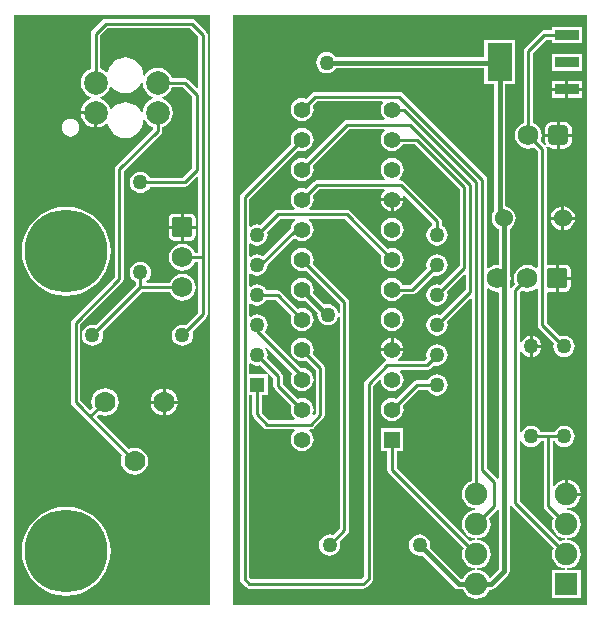
<source format=gtl>
G04 Layer_Physical_Order=1*
G04 Layer_Color=25308*
%FSLAX43Y43*%
%MOMM*%
G71*
G01*
G75*
%ADD10R,2.100X3.200*%
%ADD11R,2.100X0.900*%
%ADD12C,0.254*%
%ADD13C,0.400*%
%ADD14C,7.000*%
%ADD15C,1.778*%
%ADD16C,1.750*%
G04:AMPARAMS|DCode=17|XSize=1.75mm|YSize=1.75mm|CornerRadius=0.175mm|HoleSize=0mm|Usage=FLASHONLY|Rotation=270.000|XOffset=0mm|YOffset=0mm|HoleType=Round|Shape=RoundedRectangle|*
%AMROUNDEDRECTD17*
21,1,1.750,1.400,0,0,270.0*
21,1,1.400,1.750,0,0,270.0*
1,1,0.350,-0.700,-0.700*
1,1,0.350,-0.700,0.700*
1,1,0.350,0.700,0.700*
1,1,0.350,0.700,-0.700*
%
%ADD17ROUNDEDRECTD17*%
%ADD18C,1.270*%
%ADD19C,2.000*%
G04:AMPARAMS|DCode=20|XSize=1.75mm|YSize=1.75mm|CornerRadius=0.175mm|HoleSize=0mm|Usage=FLASHONLY|Rotation=180.000|XOffset=0mm|YOffset=0mm|HoleType=Round|Shape=RoundedRectangle|*
%AMROUNDEDRECTD20*
21,1,1.750,1.400,0,0,180.0*
21,1,1.400,1.750,0,0,180.0*
1,1,0.350,-0.700,0.700*
1,1,0.350,0.700,0.700*
1,1,0.350,0.700,-0.700*
1,1,0.350,-0.700,-0.700*
%
%ADD20ROUNDEDRECTD20*%
%ADD21R,1.905X1.905*%
%ADD22C,1.905*%
%ADD23R,1.422X1.422*%
%ADD24C,1.422*%
%ADD25C,1.524*%
G04:AMPARAMS|DCode=26|XSize=1.75mm|YSize=1.75mm|CornerRadius=0.438mm|HoleSize=0mm|Usage=FLASHONLY|Rotation=270.000|XOffset=0mm|YOffset=0mm|HoleType=Round|Shape=RoundedRectangle|*
%AMROUNDEDRECTD26*
21,1,1.750,0.875,0,0,270.0*
21,1,0.875,1.750,0,0,270.0*
1,1,0.875,-0.438,-0.438*
1,1,0.875,-0.438,0.438*
1,1,0.875,0.438,0.438*
1,1,0.875,0.438,-0.438*
%
%ADD26ROUNDEDRECTD26*%
%ADD27R,1.270X1.270*%
G36*
X73914Y25400D02*
X73914Y25400D01*
X43900Y25400D01*
X43900Y75400D01*
X43900Y75400D01*
X73914Y75400D01*
X73914Y25400D01*
X73914Y25400D02*
G37*
G36*
X41975Y75400D02*
X41975Y25400D01*
X25400Y25400D01*
X25400Y25527D01*
X25400Y75400D01*
X41975Y75400D01*
X41975Y75400D01*
X41975Y75400D02*
G37*
%LPC*%
G36*
X29789Y59138D02*
X29200Y59091D01*
X28625Y58953D01*
X28079Y58727D01*
X27576Y58418D01*
X27126Y58035D01*
X26743Y57585D01*
X26434Y57082D01*
X26208Y56536D01*
X26070Y55961D01*
X26023Y55372D01*
X26070Y54783D01*
X26208Y54208D01*
X26434Y53662D01*
X26743Y53159D01*
X27126Y52709D01*
X27576Y52326D01*
X28079Y52017D01*
X28625Y51791D01*
X29200Y51653D01*
X29789Y51606D01*
X30378Y51653D01*
X30953Y51791D01*
X31499Y52017D01*
X32002Y52326D01*
X32452Y52709D01*
X32835Y53159D01*
X33144Y53662D01*
X33370Y54208D01*
X33508Y54783D01*
X33555Y55372D01*
X33508Y55961D01*
X33370Y56536D01*
X33144Y57082D01*
X32835Y57585D01*
X32452Y58035D01*
X32002Y58418D01*
X31499Y58727D01*
X30953Y58953D01*
X30378Y59091D01*
X29789Y59138D01*
X29789Y59138D02*
G37*
G36*
X72511Y52959D02*
X71501Y52959D01*
X71501Y51949D01*
X72074Y51949D01*
X72241Y51982D01*
X72383Y52077D01*
X72478Y52219D01*
X72511Y52386D01*
X72511Y52959D01*
X72511Y52959D02*
G37*
G36*
X36080Y54487D02*
X35848Y54456D01*
X35632Y54367D01*
X35446Y54224D01*
X35303Y54038D01*
X35214Y53822D01*
X35183Y53590D01*
X35214Y53358D01*
X35303Y53142D01*
X35446Y52956D01*
X35632Y52813D01*
X35692Y52789D01*
X35692Y52497D01*
X32296Y49101D01*
X32236Y49126D01*
X32004Y49157D01*
X31772Y49126D01*
X31556Y49037D01*
X31370Y48894D01*
X31227Y48708D01*
X31138Y48492D01*
X31107Y48260D01*
X31138Y48028D01*
X31227Y47812D01*
X31370Y47626D01*
X31556Y47483D01*
X31772Y47394D01*
X32004Y47363D01*
X32236Y47394D01*
X32452Y47483D01*
X32638Y47626D01*
X32781Y47812D01*
X32870Y48028D01*
X32901Y48260D01*
X32870Y48492D01*
X32845Y48552D01*
X36229Y51936D01*
X38563Y51936D01*
X38638Y51755D01*
X38819Y51519D01*
X39055Y51338D01*
X39329Y51224D01*
X39624Y51185D01*
X39919Y51224D01*
X40193Y51338D01*
X40429Y51519D01*
X40610Y51755D01*
X40724Y52029D01*
X40763Y52324D01*
X40724Y52619D01*
X40610Y52893D01*
X40429Y53129D01*
X40193Y53310D01*
X39919Y53424D01*
X39624Y53463D01*
X39329Y53424D01*
X39055Y53310D01*
X38819Y53129D01*
X38638Y52893D01*
X38563Y52712D01*
X36605Y52712D01*
X36562Y52839D01*
X36714Y52956D01*
X36857Y53142D01*
X36946Y53358D01*
X36977Y53590D01*
X36946Y53822D01*
X36857Y54038D01*
X36714Y54224D01*
X36528Y54367D01*
X36312Y54456D01*
X36080Y54487D01*
X36080Y54487D02*
G37*
G36*
X57382Y50564D02*
X57130Y50530D01*
X56895Y50433D01*
X56694Y50278D01*
X56539Y50077D01*
X56442Y49842D01*
X56408Y49590D01*
X56442Y49338D01*
X56539Y49103D01*
X56694Y48902D01*
X56895Y48747D01*
X57130Y48650D01*
X57382Y48616D01*
X57634Y48650D01*
X57869Y48747D01*
X58070Y48902D01*
X58225Y49103D01*
X58322Y49338D01*
X58355Y49590D01*
X58322Y49842D01*
X58225Y50077D01*
X58070Y50278D01*
X57869Y50433D01*
X57634Y50530D01*
X57382Y50564D01*
X57382Y50564D02*
G37*
G36*
X49762Y55644D02*
X49510Y55610D01*
X49275Y55513D01*
X49074Y55358D01*
X48919Y55157D01*
X48822Y54922D01*
X48788Y54670D01*
X48822Y54418D01*
X48919Y54183D01*
X49074Y53982D01*
X49275Y53827D01*
X49510Y53730D01*
X49762Y53696D01*
X50014Y53730D01*
X50112Y53770D01*
X52952Y50931D01*
X52952Y50176D01*
X52825Y50168D01*
X52816Y50232D01*
X52727Y50448D01*
X52584Y50634D01*
X52398Y50777D01*
X52182Y50866D01*
X51950Y50897D01*
X51718Y50866D01*
X51691Y50855D01*
X50692Y51854D01*
X50702Y51878D01*
X50735Y52130D01*
X50702Y52382D01*
X50605Y52617D01*
X50450Y52818D01*
X50249Y52973D01*
X50014Y53070D01*
X49762Y53104D01*
X49510Y53070D01*
X49275Y52973D01*
X49074Y52818D01*
X48919Y52617D01*
X48822Y52382D01*
X48788Y52130D01*
X48822Y51878D01*
X48919Y51643D01*
X49074Y51442D01*
X49275Y51287D01*
X49510Y51190D01*
X49762Y51156D01*
X50014Y51190D01*
X50038Y51200D01*
X51075Y50163D01*
X51053Y50000D01*
X51084Y49768D01*
X51173Y49552D01*
X51316Y49366D01*
X51502Y49223D01*
X51718Y49134D01*
X51950Y49103D01*
X52182Y49134D01*
X52398Y49223D01*
X52584Y49366D01*
X52727Y49552D01*
X52816Y49768D01*
X52825Y49832D01*
X52952Y49824D01*
X52952Y31911D01*
X52382Y31341D01*
X52322Y31366D01*
X52090Y31397D01*
X51858Y31366D01*
X51642Y31277D01*
X51456Y31134D01*
X51313Y30948D01*
X51224Y30732D01*
X51193Y30500D01*
X51224Y30268D01*
X51313Y30052D01*
X51456Y29866D01*
X51642Y29723D01*
X51858Y29634D01*
X52090Y29603D01*
X52322Y29634D01*
X52538Y29723D01*
X52724Y29866D01*
X52867Y30052D01*
X52956Y30268D01*
X52987Y30500D01*
X52956Y30732D01*
X52931Y30792D01*
X53615Y31475D01*
X53699Y31601D01*
X53728Y31750D01*
X53728Y51092D01*
X53699Y51241D01*
X53615Y51367D01*
X50662Y54320D01*
X50702Y54418D01*
X50735Y54670D01*
X50702Y54922D01*
X50605Y55157D01*
X50450Y55358D01*
X50249Y55513D01*
X50014Y55610D01*
X49762Y55644D01*
X49762Y55644D02*
G37*
G36*
X39497Y57277D02*
X38487Y57277D01*
X38487Y56704D01*
X38520Y56537D01*
X38615Y56395D01*
X38757Y56300D01*
X38924Y56267D01*
X39497Y56267D01*
X39497Y57277D01*
X39497Y57277D02*
G37*
G36*
X40761Y57277D02*
X39751Y57277D01*
X39751Y56267D01*
X40324Y56267D01*
X40491Y56300D01*
X40633Y56395D01*
X40728Y56537D01*
X40761Y56704D01*
X40761Y57277D01*
X40761Y57277D02*
G37*
G36*
X57382Y58184D02*
X57130Y58150D01*
X56895Y58053D01*
X56694Y57898D01*
X56539Y57697D01*
X56442Y57462D01*
X56408Y57210D01*
X56442Y56958D01*
X56539Y56723D01*
X56694Y56522D01*
X56895Y56367D01*
X57130Y56270D01*
X57382Y56236D01*
X57634Y56270D01*
X57869Y56367D01*
X58070Y56522D01*
X58225Y56723D01*
X58322Y56958D01*
X58355Y57210D01*
X58322Y57462D01*
X58225Y57697D01*
X58070Y57898D01*
X57869Y58053D01*
X57634Y58150D01*
X57382Y58184D01*
X57382Y58184D02*
G37*
G36*
X72074Y54223D02*
X71501Y54223D01*
X71501Y53213D01*
X72511Y53213D01*
X72511Y53786D01*
X72478Y53953D01*
X72383Y54095D01*
X72241Y54190D01*
X72074Y54223D01*
X72074Y54223D02*
G37*
G36*
X61190Y55107D02*
X60958Y55076D01*
X60742Y54987D01*
X60556Y54844D01*
X60413Y54658D01*
X60324Y54442D01*
X60293Y54210D01*
X60324Y53978D01*
X60349Y53918D01*
X58949Y52518D01*
X58266Y52518D01*
X58225Y52617D01*
X58070Y52818D01*
X57869Y52973D01*
X57634Y53070D01*
X57382Y53104D01*
X57130Y53070D01*
X56895Y52973D01*
X56694Y52818D01*
X56539Y52617D01*
X56442Y52382D01*
X56408Y52130D01*
X56442Y51878D01*
X56539Y51643D01*
X56694Y51442D01*
X56895Y51287D01*
X57130Y51190D01*
X57382Y51156D01*
X57634Y51190D01*
X57869Y51287D01*
X58070Y51442D01*
X58225Y51643D01*
X58266Y51742D01*
X59110Y51742D01*
X59259Y51771D01*
X59385Y51855D01*
X60898Y53369D01*
X60958Y53344D01*
X61190Y53313D01*
X61422Y53344D01*
X61638Y53433D01*
X61824Y53576D01*
X61967Y53762D01*
X62056Y53978D01*
X62087Y54210D01*
X62056Y54442D01*
X61967Y54658D01*
X61824Y54844D01*
X61638Y54987D01*
X61422Y55076D01*
X61190Y55107D01*
X61190Y55107D02*
G37*
G36*
X69277Y48190D02*
X69277Y47437D01*
X70030Y47437D01*
X70016Y47542D01*
X69927Y47758D01*
X69784Y47944D01*
X69598Y48087D01*
X69382Y48176D01*
X69277Y48190D01*
X69277Y48190D02*
G37*
G36*
X39216Y42473D02*
X38207Y42473D01*
X38207Y41464D01*
X38378Y41486D01*
X38656Y41602D01*
X38895Y41785D01*
X39078Y42024D01*
X39194Y42302D01*
X39216Y42473D01*
X39216Y42473D02*
G37*
G36*
X37953Y43736D02*
X37782Y43714D01*
X37504Y43598D01*
X37265Y43415D01*
X37082Y43176D01*
X36966Y42898D01*
X36944Y42727D01*
X37953Y42727D01*
X37953Y43736D01*
X37953Y43736D02*
G37*
G36*
X37953Y42473D02*
X36944Y42473D01*
X36966Y42302D01*
X37082Y42024D01*
X37265Y41785D01*
X37504Y41602D01*
X37782Y41486D01*
X37953Y41464D01*
X37953Y42473D01*
X37953Y42473D02*
G37*
G36*
X29789Y33738D02*
X29200Y33691D01*
X28625Y33553D01*
X28079Y33327D01*
X27576Y33018D01*
X27126Y32635D01*
X26743Y32185D01*
X26434Y31682D01*
X26208Y31136D01*
X26070Y30561D01*
X26023Y29972D01*
X26070Y29383D01*
X26208Y28808D01*
X26434Y28262D01*
X26743Y27759D01*
X27126Y27309D01*
X27576Y26926D01*
X28079Y26617D01*
X28625Y26391D01*
X29200Y26253D01*
X29789Y26206D01*
X30378Y26253D01*
X30953Y26391D01*
X31499Y26617D01*
X32002Y26926D01*
X32452Y27309D01*
X32835Y27759D01*
X33144Y28262D01*
X33370Y28808D01*
X33508Y29383D01*
X33555Y29972D01*
X33508Y30561D01*
X33370Y31136D01*
X33144Y31682D01*
X32835Y32185D01*
X32452Y32635D01*
X32002Y33018D01*
X31499Y33327D01*
X30953Y33553D01*
X30378Y33691D01*
X29789Y33738D01*
X29789Y33738D02*
G37*
G36*
X72263Y35998D02*
X72263Y34925D01*
X73336Y34925D01*
X73311Y35113D01*
X73190Y35406D01*
X72997Y35659D01*
X72744Y35852D01*
X72451Y35973D01*
X72263Y35998D01*
X72263Y35998D02*
G37*
G36*
X57255Y48007D02*
X57130Y47990D01*
X56895Y47893D01*
X56694Y47738D01*
X56539Y47537D01*
X56442Y47302D01*
X56425Y47177D01*
X57255Y47177D01*
X57255Y48007D01*
X57255Y48007D02*
G37*
G36*
X57509Y48007D02*
X57509Y47177D01*
X58339Y47177D01*
X58322Y47302D01*
X58225Y47537D01*
X58070Y47738D01*
X57869Y47893D01*
X57634Y47990D01*
X57509Y48007D01*
X57509Y48007D02*
G37*
G36*
X70030Y47183D02*
X69277Y47183D01*
X69277Y46430D01*
X69382Y46444D01*
X69598Y46533D01*
X69784Y46676D01*
X69927Y46862D01*
X70016Y47078D01*
X70030Y47183D01*
X70030Y47183D02*
G37*
G36*
X38207Y43736D02*
X38207Y42727D01*
X39216Y42727D01*
X39194Y42898D01*
X39078Y43176D01*
X38895Y43415D01*
X38656Y43598D01*
X38378Y43714D01*
X38207Y43736D01*
X38207Y43736D02*
G37*
G36*
X61190Y44947D02*
X60958Y44916D01*
X60742Y44827D01*
X60556Y44684D01*
X60413Y44498D01*
X60389Y44438D01*
X59462Y44438D01*
X59313Y44409D01*
X59187Y44325D01*
X57732Y42870D01*
X57634Y42910D01*
X57382Y42944D01*
X57130Y42910D01*
X56895Y42813D01*
X56694Y42658D01*
X56539Y42457D01*
X56442Y42222D01*
X56408Y41970D01*
X56442Y41718D01*
X56539Y41483D01*
X56694Y41282D01*
X56895Y41127D01*
X57130Y41030D01*
X57382Y40996D01*
X57634Y41030D01*
X57869Y41127D01*
X58070Y41282D01*
X58225Y41483D01*
X58322Y41718D01*
X58355Y41970D01*
X58322Y42222D01*
X58282Y42320D01*
X59623Y43662D01*
X60389Y43662D01*
X60413Y43602D01*
X60556Y43416D01*
X60742Y43273D01*
X60958Y43184D01*
X61190Y43153D01*
X61422Y43184D01*
X61638Y43273D01*
X61824Y43416D01*
X61967Y43602D01*
X62056Y43818D01*
X62087Y44050D01*
X62056Y44282D01*
X61967Y44498D01*
X61824Y44684D01*
X61638Y44827D01*
X61422Y44916D01*
X61190Y44947D01*
X61190Y44947D02*
G37*
G36*
X71908Y66335D02*
X71597Y66335D01*
X71597Y65327D01*
X72605Y65327D01*
X72605Y65637D01*
X72581Y65818D01*
X72512Y65986D01*
X72401Y66131D01*
X72256Y66242D01*
X72088Y66311D01*
X71908Y66335D01*
X71908Y66335D02*
G37*
G36*
X32178Y66978D02*
X31057Y66978D01*
X31083Y66778D01*
X31210Y66473D01*
X31411Y66211D01*
X31673Y66010D01*
X31978Y65883D01*
X32178Y65857D01*
X32178Y66978D01*
X32178Y66978D02*
G37*
G36*
X71343Y66335D02*
X71033Y66335D01*
X70852Y66311D01*
X70684Y66242D01*
X70539Y66131D01*
X70428Y65986D01*
X70359Y65818D01*
X70335Y65637D01*
X70335Y65327D01*
X71343Y65327D01*
X71343Y66335D01*
X71343Y66335D02*
G37*
G36*
X72605Y65073D02*
X71597Y65073D01*
X71597Y64065D01*
X71908Y64065D01*
X72088Y64089D01*
X72256Y64158D01*
X72401Y64269D01*
X72512Y64414D01*
X72581Y64582D01*
X72605Y64762D01*
X72605Y65073D01*
X72605Y65073D02*
G37*
G36*
X30155Y66596D02*
X29958Y66570D01*
X29775Y66494D01*
X29617Y66373D01*
X29496Y66215D01*
X29420Y66032D01*
X29394Y65835D01*
X29420Y65638D01*
X29496Y65455D01*
X29617Y65297D01*
X29775Y65176D01*
X29958Y65100D01*
X30155Y65075D01*
X30352Y65100D01*
X30535Y65176D01*
X30693Y65297D01*
X30814Y65455D01*
X30890Y65638D01*
X30916Y65835D01*
X30890Y66032D01*
X30814Y66215D01*
X30693Y66373D01*
X30535Y66494D01*
X30352Y66570D01*
X30155Y66596D01*
X30155Y66596D02*
G37*
G36*
X72065Y68947D02*
X70888Y68947D01*
X70888Y68370D01*
X72065Y68370D01*
X72065Y68947D01*
X72065Y68947D02*
G37*
G36*
X73496Y72078D02*
X70888Y72078D01*
X70888Y70670D01*
X73496Y70670D01*
X73496Y72078D01*
X73496Y72078D02*
G37*
G36*
X73496Y74378D02*
X70888Y74378D01*
X70888Y74062D01*
X70254Y74062D01*
X70105Y74033D01*
X69979Y73949D01*
X68625Y72595D01*
X68541Y72469D01*
X68512Y72320D01*
X68512Y66249D01*
X68361Y66186D01*
X68125Y66005D01*
X67944Y65769D01*
X67830Y65495D01*
X67791Y65200D01*
X67830Y64905D01*
X67944Y64631D01*
X68125Y64395D01*
X68361Y64214D01*
X68635Y64100D01*
X68930Y64061D01*
X69225Y64100D01*
X69406Y64175D01*
X69702Y63879D01*
X69702Y54003D01*
X69575Y53941D01*
X69403Y54072D01*
X69129Y54186D01*
X68834Y54225D01*
X68539Y54186D01*
X68265Y54072D01*
X68029Y53891D01*
X67848Y53655D01*
X67734Y53381D01*
X67695Y53086D01*
X67734Y52791D01*
X67809Y52610D01*
X67543Y52345D01*
X67470Y52235D01*
X67407Y52235D01*
X67343Y52256D01*
X67343Y52668D01*
X67394Y52791D01*
X67433Y53086D01*
X67394Y53381D01*
X67343Y53504D01*
X67343Y57274D01*
X67354Y57279D01*
X67567Y57441D01*
X67729Y57654D01*
X67832Y57901D01*
X67867Y58166D01*
X67832Y58431D01*
X67729Y58678D01*
X67567Y58891D01*
X67354Y59053D01*
X67107Y59156D01*
X66955Y59176D01*
X66955Y69520D01*
X67796Y69520D01*
X67796Y73228D01*
X65188Y73228D01*
X65188Y71813D01*
X52615Y71813D01*
X52484Y71984D01*
X52298Y72127D01*
X52082Y72216D01*
X51850Y72247D01*
X51618Y72216D01*
X51402Y72127D01*
X51216Y71984D01*
X51073Y71798D01*
X50984Y71582D01*
X50953Y71350D01*
X50984Y71118D01*
X51073Y70902D01*
X51216Y70716D01*
X51402Y70573D01*
X51618Y70484D01*
X51850Y70453D01*
X52082Y70484D01*
X52298Y70573D01*
X52484Y70716D01*
X52615Y70887D01*
X65188Y70887D01*
X65188Y69520D01*
X66029Y69520D01*
X66029Y58776D01*
X65955Y58678D01*
X65852Y58431D01*
X65817Y58166D01*
X65852Y57901D01*
X65955Y57654D01*
X66117Y57441D01*
X66330Y57279D01*
X66417Y57242D01*
X66417Y54305D01*
X66322Y54221D01*
X66294Y54225D01*
X65999Y54186D01*
X65725Y54072D01*
X65539Y53930D01*
X65412Y53993D01*
X65412Y61431D01*
X65383Y61580D01*
X65299Y61706D01*
X58268Y68737D01*
X58142Y68821D01*
X57993Y68851D01*
X50854Y68851D01*
X50705Y68821D01*
X50579Y68737D01*
X50112Y68270D01*
X50014Y68310D01*
X49762Y68344D01*
X49510Y68310D01*
X49275Y68213D01*
X49074Y68058D01*
X48919Y67857D01*
X48822Y67622D01*
X48788Y67370D01*
X48822Y67118D01*
X48919Y66883D01*
X49074Y66682D01*
X49275Y66527D01*
X49510Y66430D01*
X49762Y66396D01*
X50014Y66430D01*
X50249Y66527D01*
X50450Y66682D01*
X50605Y66883D01*
X50702Y67118D01*
X50735Y67370D01*
X50702Y67622D01*
X50662Y67720D01*
X51015Y68074D01*
X56545Y68074D01*
X56608Y67947D01*
X56539Y67857D01*
X56442Y67622D01*
X56408Y67370D01*
X56442Y67118D01*
X56539Y66883D01*
X56694Y66682D01*
X56780Y66615D01*
X56737Y66488D01*
X53572Y66488D01*
X53423Y66459D01*
X53297Y66375D01*
X50112Y63190D01*
X50014Y63230D01*
X49762Y63264D01*
X49510Y63230D01*
X49275Y63133D01*
X49074Y62978D01*
X48919Y62777D01*
X48822Y62542D01*
X48788Y62290D01*
X48822Y62038D01*
X48919Y61803D01*
X49074Y61602D01*
X49275Y61447D01*
X49510Y61350D01*
X49762Y61316D01*
X50014Y61350D01*
X50249Y61447D01*
X50450Y61602D01*
X50605Y61803D01*
X50702Y62038D01*
X50735Y62290D01*
X50702Y62542D01*
X50662Y62640D01*
X53733Y65712D01*
X56737Y65712D01*
X56780Y65585D01*
X56694Y65518D01*
X56539Y65317D01*
X56442Y65082D01*
X56408Y64830D01*
X56442Y64578D01*
X56539Y64343D01*
X56694Y64142D01*
X56895Y63987D01*
X57130Y63890D01*
X57382Y63856D01*
X57634Y63890D01*
X57869Y63987D01*
X58070Y64142D01*
X58225Y64343D01*
X58266Y64442D01*
X59309Y64442D01*
X63112Y60639D01*
X63112Y54141D01*
X61482Y52511D01*
X61422Y52536D01*
X61190Y52567D01*
X60958Y52536D01*
X60742Y52447D01*
X60556Y52304D01*
X60413Y52118D01*
X60324Y51902D01*
X60293Y51670D01*
X60324Y51438D01*
X60413Y51222D01*
X60556Y51036D01*
X60742Y50893D01*
X60958Y50804D01*
X61190Y50773D01*
X61422Y50804D01*
X61638Y50893D01*
X61824Y51036D01*
X61967Y51222D01*
X62056Y51438D01*
X62087Y51670D01*
X62056Y51902D01*
X62031Y51962D01*
X63502Y53433D01*
X63620Y53384D01*
X63620Y52109D01*
X61482Y49971D01*
X61422Y49996D01*
X61190Y50027D01*
X60958Y49996D01*
X60742Y49907D01*
X60556Y49764D01*
X60413Y49578D01*
X60324Y49362D01*
X60293Y49130D01*
X60324Y48898D01*
X60413Y48682D01*
X60556Y48496D01*
X60742Y48353D01*
X60958Y48264D01*
X61190Y48233D01*
X61422Y48264D01*
X61638Y48353D01*
X61824Y48496D01*
X61967Y48682D01*
X62056Y48898D01*
X62087Y49130D01*
X62056Y49362D01*
X62031Y49422D01*
X64010Y51401D01*
X64128Y51352D01*
X64128Y35943D01*
X63908Y35852D01*
X63656Y35659D01*
X63462Y35406D01*
X63341Y35113D01*
X63299Y34798D01*
X63341Y34483D01*
X63462Y34190D01*
X63656Y33938D01*
X63908Y33744D01*
X64201Y33623D01*
X64433Y33592D01*
X64433Y33464D01*
X64201Y33433D01*
X63908Y33312D01*
X63656Y33118D01*
X63462Y32866D01*
X63341Y32573D01*
X63299Y32258D01*
X63341Y31943D01*
X63462Y31650D01*
X63656Y31398D01*
X63908Y31204D01*
X64201Y31083D01*
X64433Y31052D01*
X64433Y30924D01*
X64201Y30893D01*
X63981Y30802D01*
X57770Y37013D01*
X57770Y38465D01*
X58347Y38465D01*
X58347Y40395D01*
X56417Y40395D01*
X56417Y38465D01*
X56993Y38465D01*
X56993Y36852D01*
X57023Y36703D01*
X57107Y36577D01*
X63432Y30253D01*
X63341Y30033D01*
X63299Y29718D01*
X63341Y29403D01*
X63462Y29110D01*
X63656Y28858D01*
X63908Y28664D01*
X64201Y28543D01*
X64433Y28512D01*
X64433Y28384D01*
X64201Y28353D01*
X63908Y28232D01*
X63656Y28038D01*
X63462Y27786D01*
X63411Y27663D01*
X63202Y27663D01*
X60579Y30286D01*
X60607Y30500D01*
X60576Y30732D01*
X60487Y30948D01*
X60344Y31134D01*
X60158Y31277D01*
X59942Y31366D01*
X59710Y31397D01*
X59478Y31366D01*
X59262Y31277D01*
X59076Y31134D01*
X58933Y30948D01*
X58844Y30732D01*
X58813Y30500D01*
X58844Y30268D01*
X58933Y30052D01*
X59076Y29866D01*
X59262Y29723D01*
X59478Y29634D01*
X59710Y29603D01*
X59924Y29631D01*
X62683Y26873D01*
X62683Y26873D01*
X62833Y26772D01*
X63010Y26737D01*
X63010Y26737D01*
X63393Y26737D01*
X63462Y26570D01*
X63656Y26318D01*
X63908Y26124D01*
X64201Y26003D01*
X64516Y25961D01*
X64831Y26003D01*
X65124Y26124D01*
X65377Y26318D01*
X65570Y26570D01*
X65630Y26715D01*
X65786Y26715D01*
X65786Y26715D01*
X65963Y26750D01*
X66113Y26851D01*
X67207Y27945D01*
X67207Y27945D01*
X67308Y28095D01*
X67343Y28272D01*
X67343Y28272D01*
X67343Y33850D01*
X67407Y33871D01*
X67470Y33871D01*
X67543Y33761D01*
X71052Y30253D01*
X70961Y30033D01*
X70919Y29718D01*
X70961Y29403D01*
X71082Y29110D01*
X71276Y28858D01*
X71528Y28664D01*
X71821Y28543D01*
X72057Y28512D01*
X72049Y28385D01*
X70930Y28385D01*
X70930Y25972D01*
X73343Y25972D01*
X73343Y28385D01*
X72223Y28385D01*
X72215Y28512D01*
X72451Y28543D01*
X72744Y28664D01*
X72997Y28858D01*
X73190Y29110D01*
X73311Y29403D01*
X73353Y29718D01*
X73311Y30033D01*
X73190Y30326D01*
X72997Y30579D01*
X72744Y30772D01*
X72451Y30893D01*
X72219Y30924D01*
X72219Y31052D01*
X72451Y31083D01*
X72744Y31204D01*
X72997Y31398D01*
X73190Y31650D01*
X73311Y31943D01*
X73353Y32258D01*
X73311Y32573D01*
X73190Y32866D01*
X72997Y33118D01*
X72744Y33312D01*
X72451Y33433D01*
X72219Y33464D01*
X72219Y33592D01*
X72451Y33623D01*
X72744Y33744D01*
X72997Y33938D01*
X73190Y34190D01*
X73311Y34483D01*
X73336Y34671D01*
X72136Y34671D01*
X72136Y34798D01*
X72009Y34798D01*
X72009Y35998D01*
X71821Y35973D01*
X71528Y35852D01*
X71276Y35659D01*
X71115Y35450D01*
X70988Y35493D01*
X70988Y39312D01*
X71139Y39312D01*
X71167Y39242D01*
X71310Y39056D01*
X71496Y38913D01*
X71712Y38824D01*
X71944Y38793D01*
X72176Y38824D01*
X72392Y38913D01*
X72578Y39056D01*
X72721Y39242D01*
X72810Y39458D01*
X72841Y39690D01*
X72810Y39922D01*
X72721Y40138D01*
X72578Y40324D01*
X72392Y40467D01*
X72176Y40556D01*
X71944Y40587D01*
X71712Y40556D01*
X71496Y40467D01*
X71310Y40324D01*
X71167Y40138D01*
X71147Y40088D01*
X69947Y40088D01*
X69927Y40138D01*
X69784Y40324D01*
X69598Y40467D01*
X69382Y40556D01*
X69150Y40587D01*
X68918Y40556D01*
X68702Y40467D01*
X68516Y40324D01*
X68373Y40138D01*
X68333Y40042D01*
X68206Y40067D01*
X68206Y46933D01*
X68333Y46958D01*
X68373Y46862D01*
X68516Y46676D01*
X68702Y46533D01*
X68918Y46444D01*
X69023Y46430D01*
X69023Y47310D01*
X69023Y48190D01*
X68918Y48176D01*
X68702Y48087D01*
X68516Y47944D01*
X68373Y47758D01*
X68333Y47662D01*
X68206Y47687D01*
X68206Y51909D01*
X68358Y52061D01*
X68539Y51986D01*
X68834Y51947D01*
X69129Y51986D01*
X69403Y52100D01*
X69575Y52231D01*
X69702Y52169D01*
X69702Y49110D01*
X69731Y48961D01*
X69815Y48835D01*
X71087Y47564D01*
X71078Y47542D01*
X71047Y47310D01*
X71078Y47078D01*
X71167Y46862D01*
X71310Y46676D01*
X71496Y46533D01*
X71712Y46444D01*
X71944Y46413D01*
X72176Y46444D01*
X72392Y46533D01*
X72578Y46676D01*
X72721Y46862D01*
X72810Y47078D01*
X72841Y47310D01*
X72810Y47542D01*
X72721Y47758D01*
X72578Y47944D01*
X72466Y48030D01*
X72452Y48052D01*
X72326Y48136D01*
X72225Y48156D01*
X72176Y48176D01*
X71944Y48207D01*
X71712Y48176D01*
X71686Y48165D01*
X71584Y48165D01*
X70478Y49271D01*
X70478Y51860D01*
X70605Y51962D01*
X70674Y51949D01*
X71247Y51949D01*
X71247Y53086D01*
X71247Y54223D01*
X70674Y54223D01*
X70605Y54210D01*
X70478Y54312D01*
X70478Y64040D01*
X70449Y64189D01*
X70539Y64269D01*
X70684Y64158D01*
X70852Y64089D01*
X71033Y64065D01*
X71343Y64065D01*
X71343Y65073D01*
X70335Y65073D01*
X70335Y64762D01*
X70359Y64582D01*
X70417Y64442D01*
X70309Y64370D01*
X69955Y64724D01*
X70030Y64905D01*
X70069Y65200D01*
X70030Y65495D01*
X69916Y65769D01*
X69735Y66005D01*
X69499Y66186D01*
X69288Y66274D01*
X69288Y72159D01*
X70415Y73286D01*
X70888Y73286D01*
X70888Y72970D01*
X73496Y72970D01*
X73496Y74378D01*
X73496Y74378D02*
G37*
G36*
X73496Y69778D02*
X72319Y69778D01*
X72319Y69201D01*
X73496Y69201D01*
X73496Y69778D01*
X73496Y69778D02*
G37*
G36*
X73496Y68947D02*
X72319Y68947D01*
X72319Y68370D01*
X73496Y68370D01*
X73496Y68947D01*
X73496Y68947D02*
G37*
G36*
X72065Y69778D02*
X70888Y69778D01*
X70888Y69201D01*
X72065Y69201D01*
X72065Y69778D01*
X72065Y69778D02*
G37*
G36*
X40324Y58541D02*
X39751Y58541D01*
X39751Y57531D01*
X40761Y57531D01*
X40761Y58104D01*
X40728Y58271D01*
X40633Y58413D01*
X40491Y58508D01*
X40324Y58541D01*
X40324Y58541D02*
G37*
G36*
X71715Y59174D02*
X71577Y59156D01*
X71330Y59053D01*
X71117Y58891D01*
X70955Y58678D01*
X70852Y58431D01*
X70834Y58293D01*
X71715Y58293D01*
X71715Y59174D01*
X71715Y59174D02*
G37*
G36*
X71715Y58039D02*
X70834Y58039D01*
X70852Y57901D01*
X70955Y57654D01*
X71117Y57441D01*
X71330Y57279D01*
X71577Y57176D01*
X71715Y57158D01*
X71715Y58039D01*
X71715Y58039D02*
G37*
G36*
X39497Y58541D02*
X38924Y58541D01*
X38757Y58508D01*
X38615Y58413D01*
X38520Y58271D01*
X38487Y58104D01*
X38487Y57531D01*
X39497Y57531D01*
X39497Y58541D01*
X39497Y58541D02*
G37*
G36*
X72850Y58039D02*
X71969Y58039D01*
X71969Y57158D01*
X72107Y57176D01*
X72354Y57279D01*
X72567Y57441D01*
X72729Y57654D01*
X72832Y57901D01*
X72850Y58039D01*
X72850Y58039D02*
G37*
G36*
X40412Y75038D02*
X33130Y75038D01*
X32981Y75009D01*
X32855Y74925D01*
X32005Y74075D01*
X31921Y73949D01*
X31892Y73800D01*
X31892Y70831D01*
X31673Y70740D01*
X31411Y70539D01*
X31210Y70277D01*
X31083Y69972D01*
X31040Y69645D01*
X31083Y69318D01*
X31210Y69013D01*
X31411Y68751D01*
X31673Y68550D01*
X31928Y68444D01*
X31928Y68306D01*
X31673Y68200D01*
X31411Y67999D01*
X31210Y67737D01*
X31083Y67432D01*
X31057Y67232D01*
X32305Y67232D01*
X32305Y67105D01*
X32432Y67105D01*
X32432Y65857D01*
X32632Y65883D01*
X32937Y66010D01*
X33193Y66205D01*
X33268Y66195D01*
X33327Y66168D01*
X33409Y65897D01*
X33548Y65635D01*
X33736Y65406D01*
X33965Y65218D01*
X34227Y65079D01*
X34510Y64993D01*
X34805Y64964D01*
X35100Y64993D01*
X35383Y65079D01*
X35645Y65218D01*
X35874Y65406D01*
X36062Y65635D01*
X36201Y65897D01*
X36287Y66180D01*
X36316Y66475D01*
X36315Y66491D01*
X36439Y66522D01*
X36460Y66473D01*
X36661Y66211D01*
X36923Y66010D01*
X37142Y65919D01*
X37142Y65711D01*
X34005Y62575D01*
X33921Y62449D01*
X33892Y62300D01*
X33892Y53161D01*
X30305Y49575D01*
X30305Y49575D01*
X30221Y49449D01*
X30221Y49449D01*
X30192Y49300D01*
X30192Y42612D01*
X30221Y42463D01*
X30305Y42337D01*
X34548Y38095D01*
X34466Y37898D01*
X34427Y37600D01*
X34466Y37302D01*
X34582Y37024D01*
X34765Y36785D01*
X35004Y36602D01*
X35282Y36486D01*
X35580Y36447D01*
X35878Y36486D01*
X36156Y36602D01*
X36395Y36785D01*
X36578Y37024D01*
X36694Y37302D01*
X36733Y37600D01*
X36694Y37898D01*
X36578Y38176D01*
X36395Y38415D01*
X36156Y38598D01*
X35878Y38714D01*
X35580Y38753D01*
X35282Y38714D01*
X35102Y38639D01*
X32423Y41319D01*
X32423Y41446D01*
X32557Y41580D01*
X32782Y41486D01*
X33080Y41447D01*
X33378Y41486D01*
X33656Y41602D01*
X33895Y41785D01*
X34078Y42024D01*
X34194Y42302D01*
X34233Y42600D01*
X34194Y42898D01*
X34078Y43176D01*
X33895Y43415D01*
X33656Y43598D01*
X33378Y43714D01*
X33080Y43753D01*
X32782Y43714D01*
X32504Y43598D01*
X32265Y43415D01*
X32082Y43176D01*
X31966Y42898D01*
X31927Y42600D01*
X31966Y42302D01*
X32029Y42150D01*
X31810Y41931D01*
X30968Y42773D01*
X30968Y49139D01*
X34555Y52725D01*
X34639Y52851D01*
X34668Y53000D01*
X34668Y62139D01*
X37805Y65275D01*
X37889Y65401D01*
X37894Y65426D01*
X37918Y65550D01*
X37918Y65898D01*
X38187Y66010D01*
X38449Y66211D01*
X38650Y66473D01*
X38777Y66778D01*
X38820Y67105D01*
X38777Y67432D01*
X38650Y67737D01*
X38449Y67999D01*
X38187Y68200D01*
X37932Y68306D01*
X37932Y68444D01*
X38187Y68550D01*
X38449Y68751D01*
X38650Y69013D01*
X38743Y69237D01*
X39694Y69237D01*
X40484Y68447D01*
X40484Y62410D01*
X39676Y61602D01*
X36880Y61602D01*
X36857Y61658D01*
X36714Y61844D01*
X36528Y61987D01*
X36312Y62076D01*
X36080Y62107D01*
X35848Y62076D01*
X35632Y61987D01*
X35446Y61844D01*
X35303Y61658D01*
X35214Y61442D01*
X35183Y61210D01*
X35214Y60978D01*
X35303Y60762D01*
X35446Y60576D01*
X35632Y60433D01*
X35848Y60344D01*
X36080Y60313D01*
X36312Y60344D01*
X36528Y60433D01*
X36714Y60576D01*
X36857Y60762D01*
X36883Y60826D01*
X39837Y60826D01*
X39985Y60855D01*
X40111Y60939D01*
X40874Y61702D01*
X40992Y61654D01*
X40992Y55252D01*
X40685Y55252D01*
X40610Y55433D01*
X40429Y55669D01*
X40193Y55850D01*
X39919Y55964D01*
X39624Y56003D01*
X39329Y55964D01*
X39055Y55850D01*
X38819Y55669D01*
X38638Y55433D01*
X38524Y55159D01*
X38485Y54864D01*
X38524Y54569D01*
X38638Y54295D01*
X38819Y54059D01*
X39055Y53878D01*
X39329Y53764D01*
X39624Y53725D01*
X39919Y53764D01*
X40193Y53878D01*
X40429Y54059D01*
X40610Y54295D01*
X40685Y54476D01*
X40992Y54476D01*
X40992Y50177D01*
X39916Y49101D01*
X39856Y49126D01*
X39624Y49157D01*
X39392Y49126D01*
X39176Y49037D01*
X38990Y48894D01*
X38847Y48708D01*
X38758Y48492D01*
X38727Y48260D01*
X38758Y48028D01*
X38847Y47812D01*
X38990Y47626D01*
X39176Y47483D01*
X39392Y47394D01*
X39624Y47363D01*
X39856Y47394D01*
X40072Y47483D01*
X40258Y47626D01*
X40401Y47812D01*
X40490Y48028D01*
X40521Y48260D01*
X40490Y48492D01*
X40465Y48552D01*
X41655Y49741D01*
X41739Y49867D01*
X41768Y50016D01*
X41768Y73682D01*
X41739Y73831D01*
X41655Y73957D01*
X40687Y74925D01*
X40561Y75009D01*
X40412Y75038D01*
X40412Y75038D02*
G37*
G36*
X49762Y65804D02*
X49510Y65770D01*
X49275Y65673D01*
X49074Y65518D01*
X48919Y65317D01*
X48822Y65082D01*
X48788Y64830D01*
X48822Y64578D01*
X48862Y64480D01*
X44625Y60243D01*
X44541Y60117D01*
X44512Y59968D01*
X44512Y27600D01*
X44541Y27451D01*
X44625Y27325D01*
X45025Y26925D01*
X45151Y26841D01*
X45300Y26812D01*
X54950Y26812D01*
X55099Y26841D01*
X55225Y26925D01*
X55675Y27375D01*
X55759Y27501D01*
X55788Y27650D01*
X55788Y43989D01*
X56284Y44484D01*
X56418Y44439D01*
X56442Y44258D01*
X56539Y44023D01*
X56694Y43822D01*
X56895Y43667D01*
X57130Y43570D01*
X57382Y43536D01*
X57634Y43570D01*
X57869Y43667D01*
X58070Y43822D01*
X58225Y44023D01*
X58322Y44258D01*
X58355Y44510D01*
X58322Y44762D01*
X58225Y44997D01*
X58081Y45185D01*
X58109Y45312D01*
X60300Y45312D01*
X60449Y45341D01*
X60575Y45425D01*
X60898Y45749D01*
X60958Y45724D01*
X61190Y45693D01*
X61422Y45724D01*
X61638Y45813D01*
X61824Y45956D01*
X61967Y46142D01*
X62056Y46358D01*
X62087Y46590D01*
X62056Y46822D01*
X61967Y47038D01*
X61824Y47224D01*
X61638Y47367D01*
X61422Y47456D01*
X61190Y47487D01*
X60958Y47456D01*
X60742Y47367D01*
X60556Y47224D01*
X60413Y47038D01*
X60324Y46822D01*
X60293Y46590D01*
X60324Y46358D01*
X60349Y46298D01*
X60139Y46088D01*
X57915Y46088D01*
X57880Y46178D01*
X57880Y46215D01*
X58070Y46362D01*
X58225Y46563D01*
X58322Y46798D01*
X58339Y46923D01*
X56425Y46923D01*
X56442Y46798D01*
X56539Y46563D01*
X56694Y46362D01*
X56895Y46207D01*
X56882Y46075D01*
X56801Y46059D01*
X56675Y45975D01*
X55125Y44425D01*
X55041Y44299D01*
X55012Y44150D01*
X55012Y27811D01*
X54789Y27588D01*
X45461Y27588D01*
X45288Y27761D01*
X45288Y43161D01*
X45562Y43161D01*
X45562Y41550D01*
X45591Y41401D01*
X45675Y41275D01*
X46525Y40425D01*
X46651Y40341D01*
X46800Y40312D01*
X49117Y40312D01*
X49160Y40185D01*
X49074Y40118D01*
X48919Y39917D01*
X48822Y39682D01*
X48788Y39430D01*
X48822Y39178D01*
X48919Y38943D01*
X49074Y38742D01*
X49275Y38587D01*
X49510Y38490D01*
X49762Y38456D01*
X50014Y38490D01*
X50249Y38587D01*
X50450Y38742D01*
X50605Y38943D01*
X50702Y39178D01*
X50735Y39430D01*
X50702Y39682D01*
X50605Y39917D01*
X50450Y40118D01*
X50364Y40185D01*
X50407Y40312D01*
X50500Y40312D01*
X50649Y40341D01*
X50775Y40425D01*
X51575Y41225D01*
X51659Y41351D01*
X51688Y41500D01*
X51688Y45512D01*
X51659Y45661D01*
X51575Y45787D01*
X50662Y46700D01*
X50702Y46798D01*
X50735Y47050D01*
X50702Y47302D01*
X50605Y47537D01*
X50450Y47738D01*
X50249Y47893D01*
X50014Y47990D01*
X49762Y48024D01*
X49510Y47990D01*
X49275Y47893D01*
X49074Y47738D01*
X48919Y47537D01*
X48822Y47302D01*
X48788Y47050D01*
X48822Y46798D01*
X48919Y46563D01*
X49074Y46362D01*
X49275Y46207D01*
X49510Y46110D01*
X49762Y46076D01*
X50014Y46110D01*
X50112Y46150D01*
X50912Y45351D01*
X50912Y41661D01*
X50749Y41498D01*
X50641Y41570D01*
X50702Y41718D01*
X50735Y41970D01*
X50702Y42222D01*
X50605Y42457D01*
X50450Y42658D01*
X50249Y42813D01*
X50014Y42910D01*
X49762Y42944D01*
X49510Y42910D01*
X49412Y42870D01*
X48117Y44164D01*
X48117Y44812D01*
X48087Y44960D01*
X48003Y45086D01*
X46791Y46298D01*
X46816Y46358D01*
X46847Y46590D01*
X46816Y46822D01*
X46727Y47038D01*
X46651Y47137D01*
X46675Y47197D01*
X46723Y47252D01*
X46730Y47251D01*
X48947Y45034D01*
X48919Y44997D01*
X48822Y44762D01*
X48788Y44510D01*
X48822Y44258D01*
X48919Y44023D01*
X49074Y43822D01*
X49275Y43667D01*
X49510Y43570D01*
X49762Y43536D01*
X50014Y43570D01*
X50249Y43667D01*
X50450Y43822D01*
X50605Y44023D01*
X50702Y44258D01*
X50735Y44510D01*
X50702Y44762D01*
X50605Y44997D01*
X50450Y45198D01*
X50249Y45353D01*
X50014Y45450D01*
X49762Y45484D01*
X49616Y45464D01*
X46584Y48496D01*
X46727Y48682D01*
X46816Y48898D01*
X46847Y49130D01*
X46816Y49362D01*
X46727Y49578D01*
X46584Y49764D01*
X46398Y49907D01*
X46182Y49996D01*
X45950Y50027D01*
X45718Y49996D01*
X45502Y49907D01*
X45415Y49840D01*
X45288Y49903D01*
X45288Y50897D01*
X45415Y50960D01*
X45502Y50893D01*
X45718Y50804D01*
X45950Y50773D01*
X46182Y50804D01*
X46398Y50893D01*
X46584Y51036D01*
X46727Y51222D01*
X46751Y51282D01*
X47521Y51282D01*
X48862Y49940D01*
X48822Y49842D01*
X48788Y49590D01*
X48822Y49338D01*
X48919Y49103D01*
X49074Y48902D01*
X49275Y48747D01*
X49510Y48650D01*
X49762Y48616D01*
X50014Y48650D01*
X50249Y48747D01*
X50450Y48902D01*
X50605Y49103D01*
X50702Y49338D01*
X50735Y49590D01*
X50702Y49842D01*
X50605Y50077D01*
X50450Y50278D01*
X50249Y50433D01*
X50014Y50530D01*
X49762Y50564D01*
X49510Y50530D01*
X49412Y50490D01*
X47957Y51945D01*
X47831Y52029D01*
X47682Y52058D01*
X46751Y52058D01*
X46727Y52118D01*
X46584Y52304D01*
X46398Y52447D01*
X46182Y52536D01*
X45950Y52567D01*
X45718Y52536D01*
X45502Y52447D01*
X45415Y52380D01*
X45288Y52443D01*
X45288Y53437D01*
X45415Y53500D01*
X45502Y53433D01*
X45718Y53344D01*
X45950Y53313D01*
X46182Y53344D01*
X46398Y53433D01*
X46584Y53576D01*
X46727Y53762D01*
X46816Y53978D01*
X46847Y54210D01*
X46837Y54285D01*
X49074Y56522D01*
X49275Y56367D01*
X49510Y56270D01*
X49762Y56236D01*
X50014Y56270D01*
X50249Y56367D01*
X50450Y56522D01*
X50605Y56723D01*
X50702Y56958D01*
X50735Y57210D01*
X50702Y57462D01*
X50605Y57697D01*
X50450Y57898D01*
X50338Y57985D01*
X50381Y58112D01*
X53391Y58112D01*
X56482Y55020D01*
X56442Y54922D01*
X56408Y54670D01*
X56442Y54418D01*
X56539Y54183D01*
X56694Y53982D01*
X56895Y53827D01*
X57130Y53730D01*
X57382Y53696D01*
X57634Y53730D01*
X57869Y53827D01*
X58070Y53982D01*
X58225Y54183D01*
X58322Y54418D01*
X58355Y54670D01*
X58322Y54922D01*
X58225Y55157D01*
X58070Y55358D01*
X57869Y55513D01*
X57634Y55610D01*
X57382Y55644D01*
X57130Y55610D01*
X57032Y55570D01*
X53827Y58775D01*
X53701Y58859D01*
X53552Y58888D01*
X50433Y58888D01*
X50390Y59015D01*
X50450Y59062D01*
X50605Y59263D01*
X50702Y59498D01*
X50735Y59750D01*
X50702Y60002D01*
X50662Y60100D01*
X51173Y60612D01*
X56711Y60612D01*
X56754Y60485D01*
X56694Y60438D01*
X56539Y60237D01*
X56442Y60002D01*
X56425Y59877D01*
X58339Y59877D01*
X58322Y60002D01*
X58289Y60082D01*
X58397Y60154D01*
X60802Y57749D01*
X60802Y57551D01*
X60742Y57527D01*
X60556Y57384D01*
X60413Y57198D01*
X60324Y56982D01*
X60293Y56750D01*
X60324Y56518D01*
X60413Y56302D01*
X60556Y56116D01*
X60742Y55973D01*
X60958Y55884D01*
X61190Y55853D01*
X61422Y55884D01*
X61638Y55973D01*
X61824Y56116D01*
X61967Y56302D01*
X62056Y56518D01*
X62087Y56750D01*
X62056Y56982D01*
X61967Y57198D01*
X61824Y57384D01*
X61638Y57527D01*
X61578Y57551D01*
X61578Y57910D01*
X61549Y58059D01*
X61465Y58185D01*
X58375Y61275D01*
X58249Y61359D01*
X58100Y61388D01*
X58001Y61388D01*
X57958Y61515D01*
X58070Y61602D01*
X58225Y61803D01*
X58322Y62038D01*
X58355Y62290D01*
X58322Y62542D01*
X58225Y62777D01*
X58070Y62978D01*
X57869Y63133D01*
X57634Y63230D01*
X57382Y63264D01*
X57130Y63230D01*
X56895Y63133D01*
X56694Y62978D01*
X56539Y62777D01*
X56442Y62542D01*
X56408Y62290D01*
X56442Y62038D01*
X56539Y61803D01*
X56694Y61602D01*
X56806Y61515D01*
X56763Y61388D01*
X51012Y61388D01*
X50863Y61359D01*
X50737Y61275D01*
X50112Y60650D01*
X50014Y60690D01*
X49762Y60724D01*
X49510Y60690D01*
X49275Y60593D01*
X49074Y60438D01*
X48919Y60237D01*
X48822Y60002D01*
X48788Y59750D01*
X48822Y59498D01*
X48919Y59263D01*
X49074Y59062D01*
X49134Y59015D01*
X49091Y58888D01*
X47700Y58888D01*
X47551Y58859D01*
X47425Y58775D01*
X46242Y57591D01*
X46182Y57616D01*
X45950Y57647D01*
X45718Y57616D01*
X45502Y57527D01*
X45415Y57460D01*
X45288Y57523D01*
X45288Y59807D01*
X49412Y63930D01*
X49510Y63890D01*
X49762Y63856D01*
X50014Y63890D01*
X50249Y63987D01*
X50450Y64142D01*
X50605Y64343D01*
X50702Y64578D01*
X50735Y64830D01*
X50702Y65082D01*
X50605Y65317D01*
X50450Y65518D01*
X50249Y65673D01*
X50014Y65770D01*
X49762Y65804D01*
X49762Y65804D02*
G37*
G36*
X58339Y59623D02*
X57509Y59623D01*
X57509Y58793D01*
X57634Y58810D01*
X57869Y58907D01*
X58070Y59062D01*
X58225Y59263D01*
X58322Y59498D01*
X58339Y59623D01*
X58339Y59623D02*
G37*
G36*
X71969Y59174D02*
X71969Y58293D01*
X72850Y58293D01*
X72832Y58431D01*
X72729Y58678D01*
X72567Y58891D01*
X72354Y59053D01*
X72107Y59156D01*
X71969Y59174D01*
X71969Y59174D02*
G37*
G36*
X57255Y59623D02*
X56425Y59623D01*
X56442Y59498D01*
X56539Y59263D01*
X56694Y59062D01*
X56895Y58907D01*
X57130Y58810D01*
X57255Y58793D01*
X57255Y59623D01*
X57255Y59623D02*
G37*
%LPD*%
G36*
X68373Y39242D02*
X68516Y39056D01*
X68702Y38913D01*
X68918Y38824D01*
X69150Y38793D01*
X69382Y38824D01*
X69598Y38913D01*
X69784Y39056D01*
X69927Y39242D01*
X69955Y39312D01*
X70212Y39312D01*
X70212Y33794D01*
X70241Y33645D01*
X70325Y33519D01*
X71052Y32793D01*
X70961Y32573D01*
X70919Y32258D01*
X70961Y31943D01*
X71082Y31650D01*
X71276Y31398D01*
X71528Y31204D01*
X71821Y31083D01*
X72053Y31052D01*
X72053Y30924D01*
X71821Y30893D01*
X71601Y30802D01*
X68206Y34197D01*
X68206Y39313D01*
X68333Y39338D01*
X68373Y39242D01*
X68373Y39242D02*
G37*
G36*
X66386Y33456D02*
X66417Y33435D01*
X66417Y28464D01*
X65700Y27747D01*
X65590Y27769D01*
X65566Y27792D01*
X65377Y28038D01*
X65124Y28232D01*
X64831Y28353D01*
X64599Y28384D01*
X64599Y28512D01*
X64831Y28543D01*
X65124Y28664D01*
X65377Y28858D01*
X65570Y29110D01*
X65691Y29403D01*
X65733Y29718D01*
X65691Y30033D01*
X65570Y30326D01*
X65377Y30579D01*
X65124Y30772D01*
X64831Y30893D01*
X64599Y30924D01*
X64599Y31052D01*
X64831Y31083D01*
X65124Y31204D01*
X65377Y31398D01*
X65570Y31650D01*
X65691Y31943D01*
X65733Y32258D01*
X65691Y32573D01*
X65600Y32793D01*
X66290Y33483D01*
X66386Y33456D01*
X66386Y33456D02*
G37*
G36*
X40992Y73521D02*
X40992Y69204D01*
X40874Y69155D01*
X40130Y69900D01*
X40004Y69984D01*
X39855Y70013D01*
X38760Y70013D01*
X38650Y70277D01*
X38449Y70539D01*
X38187Y70740D01*
X37882Y70867D01*
X37555Y70910D01*
X37228Y70867D01*
X36923Y70740D01*
X36661Y70539D01*
X36460Y70277D01*
X36439Y70228D01*
X36315Y70260D01*
X36316Y70275D01*
X36287Y70570D01*
X36201Y70853D01*
X36062Y71115D01*
X35874Y71344D01*
X35645Y71532D01*
X35383Y71671D01*
X35100Y71757D01*
X34805Y71786D01*
X34510Y71757D01*
X34227Y71671D01*
X33965Y71532D01*
X33736Y71344D01*
X33548Y71115D01*
X33409Y70853D01*
X33327Y70582D01*
X33268Y70555D01*
X33193Y70545D01*
X32937Y70740D01*
X32668Y70852D01*
X32668Y73639D01*
X33291Y74262D01*
X40251Y74262D01*
X40992Y73521D01*
X40992Y73521D02*
G37*
G36*
X36296Y69604D02*
X36333Y69318D01*
X36460Y69013D01*
X36661Y68751D01*
X36923Y68550D01*
X37178Y68444D01*
X37178Y68306D01*
X36923Y68200D01*
X36661Y67999D01*
X36460Y67737D01*
X36333Y67432D01*
X36296Y67146D01*
X36164Y67122D01*
X36062Y67315D01*
X35874Y67544D01*
X35645Y67732D01*
X35383Y67871D01*
X35100Y67957D01*
X34805Y67986D01*
X34510Y67957D01*
X34227Y67871D01*
X33965Y67732D01*
X33736Y67544D01*
X33653Y67443D01*
X33615Y67440D01*
X33511Y67470D01*
X33400Y67737D01*
X33199Y67999D01*
X32937Y68200D01*
X32682Y68306D01*
X32682Y68444D01*
X32937Y68550D01*
X33199Y68751D01*
X33400Y69013D01*
X33511Y69280D01*
X33615Y69310D01*
X33653Y69307D01*
X33736Y69206D01*
X33965Y69018D01*
X34227Y68879D01*
X34510Y68793D01*
X34805Y68764D01*
X35100Y68793D01*
X35383Y68879D01*
X35645Y69018D01*
X35874Y69206D01*
X36062Y69435D01*
X36164Y69628D01*
X36296Y69604D01*
X36296Y69604D02*
G37*
G36*
X45502Y45813D02*
X45718Y45724D01*
X45950Y45693D01*
X46182Y45724D01*
X46242Y45749D01*
X47340Y44651D01*
X47340Y44003D01*
X47370Y43855D01*
X47454Y43729D01*
X48862Y42320D01*
X48822Y42222D01*
X48788Y41970D01*
X48822Y41718D01*
X48919Y41483D01*
X49074Y41282D01*
X49160Y41215D01*
X49117Y41088D01*
X46961Y41088D01*
X46338Y41711D01*
X46338Y43161D01*
X46839Y43161D01*
X46839Y44939D01*
X45288Y44939D01*
X45288Y45817D01*
X45415Y45880D01*
X45502Y45813D01*
X45502Y45813D02*
G37*
G36*
X49186Y57985D02*
X49074Y57898D01*
X48919Y57697D01*
X48822Y57462D01*
X48807Y57354D01*
X46422Y54969D01*
X46398Y54987D01*
X46182Y55076D01*
X45950Y55107D01*
X45718Y55076D01*
X45502Y54987D01*
X45415Y54920D01*
X45288Y54983D01*
X45288Y55977D01*
X45415Y56040D01*
X45502Y55973D01*
X45718Y55884D01*
X45950Y55853D01*
X46182Y55884D01*
X46398Y55973D01*
X46584Y56116D01*
X46727Y56302D01*
X46816Y56518D01*
X46847Y56750D01*
X46816Y56982D01*
X46791Y57042D01*
X47861Y58112D01*
X49143Y58112D01*
X49186Y57985D01*
X49186Y57985D02*
G37*
G36*
X65725Y52100D02*
X65999Y51986D01*
X66294Y51947D01*
X66322Y51951D01*
X66417Y51867D01*
X66417Y36161D01*
X66386Y36140D01*
X66290Y36113D01*
X65412Y36991D01*
X65412Y52179D01*
X65539Y52242D01*
X65725Y52100D01*
X65725Y52100D02*
G37*
D10*
X66492Y71374D02*
D03*
D11*
X72192Y73674D02*
D03*
X72192Y71374D02*
D03*
X72192Y69074D02*
D03*
D12*
X47728Y44003D02*
X47728Y44812D01*
X45950Y46590D02*
X47728Y44812D01*
X49213Y57210D02*
X49762Y57210D01*
X46213Y54210D02*
X49213Y57210D01*
X45950Y54210D02*
X46213Y54210D01*
X49762Y44510D02*
X49762Y44769D01*
X45950Y48581D02*
X49762Y44769D01*
X45950Y48581D02*
X45950Y49130D01*
X30580Y42612D02*
X30580Y49300D01*
X31810Y41382D02*
X33060Y42632D01*
X34280Y53000D02*
X34280Y62300D01*
X30580Y49300D02*
X34280Y53000D01*
X34280Y62300D02*
X37530Y65550D01*
X30580Y42612D02*
X30580Y49300D01*
X30580Y42612D02*
X35560Y37632D01*
X32004Y48260D02*
X36080Y52336D01*
X36080Y53590D01*
X31810Y41382D02*
X33060Y42632D01*
X33130Y74650D02*
X40412Y74650D01*
X32280Y73800D02*
X33130Y74650D01*
X32280Y69645D02*
X32280Y73800D01*
X39837Y61214D02*
X40872Y62249D01*
X36080Y61214D02*
X39837Y61214D01*
X40412Y74650D02*
X41380Y73682D01*
X41380Y50016D02*
X41380Y73682D01*
X39624Y48260D02*
X41380Y50016D01*
X36080Y52324D02*
X39624Y52324D01*
X39624Y54864D02*
X41380Y54864D01*
X37530Y65550D02*
X37530Y67305D01*
X40872Y62249D02*
X40872Y68608D01*
X37530Y69845D02*
X37750Y69625D01*
X39855Y69625D01*
X40872Y68608D01*
X57382Y36852D02*
X64516Y29718D01*
X57382Y36852D02*
X57382Y39430D01*
X60750Y56750D02*
X61190Y56750D01*
X57382Y52130D02*
X59110Y52130D01*
X61190Y54210D01*
X57382Y41970D02*
X59462Y44050D01*
X61190Y44050D01*
X47682Y51670D02*
X49762Y49590D01*
X53552Y58500D02*
X57382Y54670D01*
X47700Y58500D02*
X53552Y58500D01*
X45950Y56750D02*
X47700Y58500D01*
X69150Y39700D02*
X71944Y39700D01*
X70254Y73674D02*
X72192Y73674D01*
X50500Y40700D02*
X51300Y41500D01*
X51300Y45512D01*
X49762Y47050D02*
X51300Y45512D01*
X45950Y51670D02*
X47682Y51670D01*
X61190Y56750D02*
X61190Y57910D01*
X44900Y59968D02*
X49762Y64830D01*
X60300Y45700D02*
X61190Y46590D01*
X44900Y27600D02*
X44900Y59968D01*
X55400Y44150D02*
X56950Y45700D01*
X60300Y45700D01*
X70090Y49110D02*
X71423Y47777D01*
X72177Y47777D01*
X70600Y33794D02*
X72136Y32258D01*
X70600Y33794D02*
X70600Y39700D01*
X44900Y27600D02*
X45300Y27200D01*
X55400Y27650D02*
X55400Y44150D01*
X45300Y27200D02*
X54950Y27200D01*
X55400Y27650D01*
X68900Y65230D02*
X68900Y72320D01*
X70254Y73674D01*
X70090Y49110D02*
X70090Y64040D01*
X68900Y65230D02*
X70090Y64040D01*
X57382Y67370D02*
X58367Y67370D01*
X47728Y44003D02*
X49762Y41970D01*
X45950Y41550D02*
X45950Y44050D01*
X45950Y41550D02*
X46800Y40700D01*
X50500Y40700D01*
X64516Y34798D02*
X64516Y61221D01*
X61190Y49130D02*
X64008Y51948D01*
X64008Y61010D01*
X61190Y51670D02*
X63500Y53980D01*
X63500Y60800D01*
X49762Y59750D02*
X51012Y61000D01*
X58100Y61000D01*
X61190Y57910D01*
X57382Y64830D02*
X59470Y64830D01*
X63500Y60800D01*
X49762Y62290D02*
X53572Y66100D01*
X58918Y66100D01*
X64008Y61010D01*
X58367Y67370D02*
X64516Y61221D01*
X49762Y67370D02*
X50854Y68462D01*
X57993Y68462D01*
X65024Y61431D01*
X67818Y34036D02*
X72136Y29718D01*
X67818Y34036D02*
X67818Y52070D01*
X68834Y53086D01*
X64516Y32258D02*
X66040Y33782D01*
X65024Y36830D02*
X65024Y61431D01*
X65024Y36830D02*
X66040Y35814D01*
X66040Y33782D02*
X66040Y35814D01*
X52090Y30500D02*
X53340Y31750D01*
X53340Y51092D01*
X49762Y54670D02*
X53340Y51092D01*
D13*
X66492Y58770D02*
X66492Y71374D01*
X66492Y58770D02*
X66880Y58382D01*
X63010Y27200D02*
X64494Y27200D01*
X59710Y30500D02*
X63010Y27200D01*
X51892Y50000D02*
X51950Y50000D01*
X49762Y52130D02*
X51892Y50000D01*
X66443Y71325D02*
X66492Y71374D01*
X66418Y71350D02*
X66443Y71325D01*
X51850Y71350D02*
X66418Y71350D01*
X64516Y27178D02*
X65786Y27178D01*
X66880Y28272D01*
X66880Y58382D01*
D14*
X29789Y55372D02*
D03*
X29789Y29972D02*
D03*
D15*
X35580Y37600D02*
D03*
X33080Y42600D02*
D03*
X38080Y42600D02*
D03*
D16*
X39624Y52324D02*
D03*
X39624Y54864D02*
D03*
X68834Y53086D02*
D03*
X66294Y53086D02*
D03*
X68930Y65200D02*
D03*
D17*
X39624Y57404D02*
D03*
D18*
X32004Y48260D02*
D03*
X39624Y48260D02*
D03*
X36080Y53590D02*
D03*
X36080Y61210D02*
D03*
X59710Y30500D02*
D03*
X52090Y30500D02*
D03*
X71944Y39690D02*
D03*
X71944Y47310D02*
D03*
X69150Y47310D02*
D03*
X69150Y39690D02*
D03*
X45950Y46590D02*
D03*
X45950Y49130D02*
D03*
X45950Y51670D02*
D03*
X45950Y54210D02*
D03*
X45950Y56750D02*
D03*
X61190Y44050D02*
D03*
X61190Y46590D02*
D03*
X61190Y49130D02*
D03*
X61190Y51670D02*
D03*
X61190Y54210D02*
D03*
X61190Y56750D02*
D03*
X51950Y50000D02*
D03*
X51850Y71350D02*
D03*
D19*
X37555Y69645D02*
D03*
D03*
X37555Y67105D02*
D03*
X32305Y69645D02*
D03*
X32305Y67105D02*
D03*
D20*
X71374Y53086D02*
D03*
D21*
X72136Y27178D02*
D03*
D22*
X72136Y29718D02*
D03*
X72136Y32258D02*
D03*
X72136Y34798D02*
D03*
X64516Y27178D02*
D03*
X64516Y29718D02*
D03*
X64516Y32258D02*
D03*
X64516Y34798D02*
D03*
D23*
X57382Y39430D02*
D03*
D24*
X57382Y41970D02*
D03*
X57382Y44510D02*
D03*
X57382Y47050D02*
D03*
X57382Y49590D02*
D03*
X57382Y52130D02*
D03*
X57382Y54670D02*
D03*
X57382Y57210D02*
D03*
X57382Y62290D02*
D03*
X57382Y64830D02*
D03*
X57382Y67370D02*
D03*
X49762Y67370D02*
D03*
X49762Y64830D02*
D03*
X49762Y62290D02*
D03*
X49762Y59750D02*
D03*
X57382Y59750D02*
D03*
X49762Y57210D02*
D03*
X49762Y54670D02*
D03*
X49762Y52130D02*
D03*
X49762Y49590D02*
D03*
X49762Y47050D02*
D03*
X49762Y44510D02*
D03*
X49762Y41970D02*
D03*
X49762Y39430D02*
D03*
D25*
X66842Y58166D02*
D03*
X71842Y58166D02*
D03*
D26*
X71470Y65200D02*
D03*
D27*
X45950Y44050D02*
D03*
M02*

</source>
